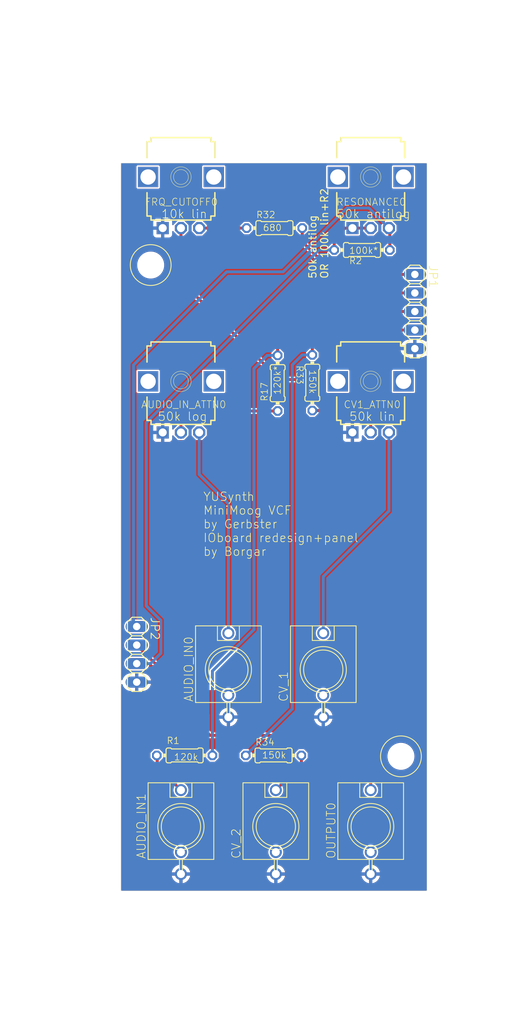
<source format=kicad_pcb>
(kicad_pcb (version 20240108) (generator "pcbnew") (generator_version "8.0")
  (layers (0 "F.Cu" signal) (31 "B.Cu" signal) (34 "B.Paste" user) (35 "F.Paste" user) (36 "B.SilkS" user "B.Silkscreen") (37 "F.SilkS" user "F.Silkscreen") (38 "B.Mask" user) (39 "F.Mask" user) (44 "Edge.Cuts" user))
  (net 0 "")
  (net 1 "+12V")
  (net 2 "GND")
  (net 3 "Net-(AUDIO_IN0-2)")
  (net 6 "Net-(AUDIO_IN1-2)")
  (net 7 "Net-(AUDIO_IN_ATTN0-S)")
  (net 8 "/IO_EMP_B")
  (net 9 "Net-(CV1_ATTN0-E)")
  (net 10 "Net-(CV1_ATTN0-S)")
  (net 12 "Net-(CV_2-2)")
  (net 14 "Net-(FRQ_CUTOFF0-E)")
  (net 15 "/IO_FREQ")
  (net 16 "/IO_CV")
  (net 17 "/IO_AI")
  (net 18 "/IO_EMP_A")
  (net 19 "/IO_OUT")
  (footprint "ioboard:1X04" (layer "F.Cu") (at 129.440275 122.460707 -90)
    (property "Reference" "JP2" (at -5.1562 -1.8288 -90) (layer "F.SilkS") (effects (font (size 1.143 1.143) (thickness 0.127)) (justify left bottom)))
    (property "Value" "PINHD-1X4")
    (pad "1" thru_hole oval (at -3.81 0) (size 3.048 1.524) (drill 1.016) (layers "*.Cu" "*.Mask") (net 8 "/IO_EMP_B"))
    (pad "2" thru_hole oval (at -1.27 0) (size 3.048 1.524) (drill 1.016) (layers "*.Cu" "*.Mask") (net 19 "/IO_OUT"))
    (pad "3" thru_hole oval (at 1.27 0) (size 3.048 1.524) (drill 1.016) (layers "*.Cu" "*.Mask") (net 18 "/IO_EMP_A"))
    (pad "4" thru_hole oval (at 3.81 0) (size 3.048 1.524) (drill 1.016) (layers "*.Cu" "*.Mask") (net 2 "GND"))
  )
  (footprint "ioboard:WQP-PJ301M-12_JACK" (layer "F.Cu") (at 161.5011 146.0611)
    (property "Reference" "OUTPUT0" (at -4.7498 4.4704 90) (layer "F.SilkS") (effects (font (size 1.1684 1.1684) (thickness 0.1016)) (justify left bottom)))
    (property "Value" "WQP-PJ301M-12_JACK")
    (pad "P$1" thru_hole circle (at 0 -5) (size 1.65 1.65) (drill 1.1) (layers "*.Cu" "*.Mask") (net 19 "/IO_OUT"))
    (pad "P$2" thru_hole circle (at 0 3.5) (size 1.65 1.65) (drill 1.1) (layers "*.Cu" "*.Mask"))
    (pad "P$3" thru_hole circle (at 0 6.5) (size 1.65 1.65) (drill 1.1) (layers "*.Cu" "*.Mask") (net 2 "GND"))
    (zone (net 0) (net_name "") (layer "F.Cu") (connect_pads (clearance 0)) (min_thickness 0.25)
      (keepout (tracks not_allowed) (vias not_allowed) (pads not_allowed) (copperpour not_allowed) (footprints allowed))
      (fill (thermal_gap 0.5) (thermal_bridge_width 0.5))
      (polygon (pts (xy 158.7011 148.8611) (xy 164.3011 148.8611) (xy 164.3011 143.2611) (xy 158.7011 143.2611)))
    )
  )
  (footprint "" (layer "F.Cu") (at 165.6461 136.4361)
    (property "Reference" "@HOLE1" (hide yes))
    (property "Value" "")
    (pad "" np_thru_hole circle (at 0 0) (size 3.2004 3.2004) (drill 3.2004) (layers "*.Cu" "*.Mask"))
  )
  (footprint "ioboard:WQP-PJ301M-12_JACK" (layer "F.Cu") (at 155.0011 124.5611)
    (property "Reference" "CV_1" (at -4.7498 4.4704 90) (layer "F.SilkS") (effects (font (size 1.1684 1.1684) (thickness 0.1016)) (justify left bottom)))
    (property "Value" "WQP-PJ301M-12_JACK")
    (pad "P$1" thru_hole circle (at 0 -5) (size 1.65 1.65) (drill 1.1) (layers "*.Cu" "*.Mask") (net 9 "Net-(CV1_ATTN0-E)"))
    (pad "P$2" thru_hole circle (at 0 3.5) (size 1.65 1.65) (drill 1.1) (layers "*.Cu" "*.Mask"))
    (pad "P$3" thru_hole circle (at 0 6.5) (size 1.65 1.65) (drill 1.1) (layers "*.Cu" "*.Mask") (net 2 "GND"))
    (zone (net 0) (net_name "") (layer "F.Cu") (connect_pads (clearance 0)) (min_thickness 0.25)
      (keepout (tracks not_allowed) (vias not_allowed) (pads not_allowed) (copperpour not_allowed) (footprints allowed))
      (fill (thermal_gap 0.5) (thermal_bridge_width 0.5))
      (polygon (pts (xy 152.2011 127.3611) (xy 157.8011 127.3611) (xy 157.8011 121.7611) (xy 152.2011 121.7611)))
    )
  )
  (footprint "ioboard:EVUF" (layer "F.Cu") (at 161.5011 57.0611)
    (property "Reference" "RESONANCE0" (at -4.75 4 0) (layer "F.SilkS") (effects (font (size 0.981456 0.981456) (thickness 0.085344)) (justify left bottom)))
    (property "Value" "50k antilog" (at -4.75 5.75 0) (layer "F.SilkS") (effects (font (size 1.1684 1.1684) (thickness 0.1016)) (justify left bottom)))
    (pad "1" thru_hole rect (at -2.5 7 270) (size 1.6764 1.6764) (drill 1.1) (layers "*.Cu" "*.Mask") (net 18 "/IO_EMP_A"))
    (pad "2" thru_hole roundrect (at 0 7 270) (size 1.6764 1.6764) (drill 1.1) (layers "*.Cu" "*.Mask") (chamfer_ratio 0.2928932188) (chamfer top_left top_right bottom_left bottom_right) (net 18 "/IO_EMP_A"))
    (pad "3" thru_hole roundrect (at 2.5 7 270) (size 1.6764 1.6764) (drill 1.1) (layers "*.Cu" "*.Mask") (chamfer_ratio 0.2928932188) (chamfer top_left top_right bottom_left bottom_right) (net 8 "/IO_EMP_B"))
    (pad "M1" thru_hole rect (at 4.5 0 270) (size 2.8 2.8) (drill 2.1) (layers "*.Cu" "*.Mask"))
    (pad "M2" thru_hole rect (at -4.5 0 270) (size 2.8 2.8) (drill 2.1) (layers "*.Cu" "*.Mask"))
  )
  (footprint "ioboard:1X05" (layer "F.Cu") (at 167.551408 75.489411 -90)
    (property "Reference" "JP1" (at -6.4262 -1.8288 -90) (layer "F.SilkS") (effects (font (size 1.143 1.143) (thickness 0.127)) (justify left bottom)))
    (property "Value" "PINHD-1X5")
    (pad "1" thru_hole oval (at -5.08 0) (size 3.048 1.524) (drill 1.016) (layers "*.Cu" "*.Mask") (net 1 "+12V"))
    (pad "2" thru_hole oval (at -2.54 0) (size 3.048 1.524) (drill 1.016) (layers "*.Cu" "*.Mask") (net 17 "/IO_AI"))
    (pad "3" thru_hole oval (at 0 0) (size 3.048 1.524) (drill 1.016) (layers "*.Cu" "*.Mask") (net 16 "/IO_CV"))
    (pad "4" thru_hole oval (at 2.54 0) (size 3.048 1.524) (drill 1.016) (layers "*.Cu" "*.Mask") (net 15 "/IO_FREQ"))
    (pad "5" thru_hole oval (at 5.08 0) (size 3.048 1.524) (drill 1.016) (layers "*.Cu" "*.Mask") (net 2 "GND"))
  )
  (footprint "ioboard:EVUF" (layer "F.Cu") (at 135.5011 85.0611)
    (property "Reference" "AUDIO_IN_ATTN0" (at -5.5 3.75 0) (layer "F.SilkS") (effects (font (size 0.981456 0.981456) (thickness 0.085344)) (justify left bottom)))
    (property "Value" "50k log" (at -3.25 5.5 0) (layer "F.SilkS") (effects (font (size 1.1684 1.1684) (thickness 0.1016)) (justify left bottom)))
    (pad "1" thru_hole rect (at -2.5 7 270) (size 1.6764 1.6764) (drill 1.1) (layers "*.Cu" "*.Mask") (net 2 "GND"))
    (pad "2" thru_hole roundrect (at 0 7 270) (size 1.6764 1.6764) (drill 1.1) (layers "*.Cu" "*.Mask") (chamfer_ratio 0.2928932188) (chamfer top_left top_right bottom_left bottom_right) (net 7 "Net-(AUDIO_IN_ATTN0-S)"))
    (pad "3" thru_hole roundrect (at 2.5 7 270) (size 1.6764 1.6764) (drill 1.1) (layers "*.Cu" "*.Mask") (chamfer_ratio 0.2928932188) (chamfer top_left top_right bottom_left bottom_right) (net 3 "Net-(AUDIO_IN0-2)"))
    (pad "M1" thru_hole rect (at 4.5 0 270) (size 2.8 2.8) (drill 2.1) (layers "*.Cu" "*.Mask"))
    (pad "M2" thru_hole rect (at -4.5 0 270) (size 2.8 2.8) (drill 2.1) (layers "*.Cu" "*.Mask"))
  )
  (footprint "ioboard:0204_7" (layer "F.Cu") (at 160.3111 67.0611 180)
    (property "Reference" "R2" (at 1.81 -2 0) (layer "F.SilkS") (effects (font (size 0.89154 0.89154) (thickness 0.09906)) (justify left bottom)))
    (property "Value" "100k*" (at 1.81 -0.599098 0) (layer "F.SilkS") (effects (font (size 0.89154 0.89154) (thickness 0.09906)) (justify left bottom)))
    (pad "1" thru_hole roundrect (at -3.81 0 180) (size 1.3208 1.3208) (drill 0.8128) (layers "*.Cu" "*.Mask") (chamfer_ratio 0.2928932188) (chamfer top_left top_right bottom_left bottom_right) (net 8 "/IO_EMP_B"))
    (pad "2" thru_hole roundrect (at 3.81 0 180) (size 1.3208 1.3208) (drill 0.8128) (layers "*.Cu" "*.Mask") (chamfer_ratio 0.2928932188) (chamfer top_left top_right bottom_left bottom_right) (net 18 "/IO_EMP_A"))
  )
  (footprint "ioboard:EVUF" (layer "F.Cu") (at 135.5011 57.0611)
    (property "Reference" "FRQ_CUTOFF0" (at -5 4 0) (layer "F.SilkS") (effects (font (size 0.981456 0.981456) (thickness 0.085344)) (justify left bottom)))
    (property "Value" "10k lin" (at -2.75 5.75 0) (layer "F.SilkS") (effects (font (size 1.1684 1.1684) (thickness 0.1016)) (justify left bottom)))
    (pad "1" thru_hole rect (at -2.5 7 270) (size 1.6764 1.6764) (drill 1.1) (layers "*.Cu" "*.Mask") (net 2 "GND"))
    (pad "2" thru_hole roundrect (at 0 7 270) (size 1.6764 1.6764) (drill 1.1) (layers "*.Cu" "*.Mask") (chamfer_ratio 0.2928932188) (chamfer top_left top_right bottom_left bottom_right) (net 15 "/IO_FREQ"))
    (pad "3" thru_hole roundrect (at 2.5 7 270) (size 1.6764 1.6764) (drill 1.1) (layers "*.Cu" "*.Mask") (chamfer_ratio 0.2928932188) (chamfer top_left top_right bottom_left bottom_right) (net 14 "Net-(FRQ_CUTOFF0-E)"))
    (pad "M1" thru_hole rect (at 4.5 0 270) (size 2.8 2.8) (drill 2.1) (layers "*.Cu" "*.Mask"))
    (pad "M2" thru_hole rect (at -4.5 0 270) (size 2.8 2.8) (drill 2.1) (layers "*.Cu" "*.Mask"))
  )
  (footprint "ioboard:0204_7" (layer "F.Cu") (at 148.3111 64.0611)
    (property "Reference" "R32" (at -2.54 -1.2954 0) (layer "F.SilkS") (effects (font (size 0.89154 0.89154) (thickness 0.09906)) (justify left bottom)))
    (property "Value" "680" (at -1.6256 0.4826 0) (layer "F.SilkS") (effects (font (size 0.89154 0.89154) (thickness 0.09906)) (justify left bottom)))
    (pad "1" thru_hole roundrect (at -3.81 0) (size 1.3208 1.3208) (drill 0.8128) (layers "*.Cu" "*.Mask") (chamfer_ratio 0.2928932188) (chamfer top_left top_right bottom_left bottom_right) (net 14 "Net-(FRQ_CUTOFF0-E)"))
    (pad "2" thru_hole roundrect (at 3.81 0) (size 1.3208 1.3208) (drill 0.8128) (layers "*.Cu" "*.Mask") (chamfer_ratio 0.2928932188) (chamfer top_left top_right bottom_left bottom_right) (net 1 "+12V"))
  )
  (footprint "ioboard:0204_7" (layer "F.Cu") (at 136.0011 136.3111 180)
    (property "Reference" "R1" (at 2.5 1.5 0) (layer "F.SilkS") (effects (font (size 0.89154 0.89154) (thickness 0.09906)) (justify left bottom)))
    (property "Value" "120k" (at 1.5 -0.75 0) (layer "F.SilkS") (effects (font (size 0.89154 0.89154) (thickness 0.09906)) (justify left bottom)))
    (pad "1" thru_hole roundrect (at -3.81 0 180) (size 1.3208 1.3208) (drill 0.8128) (layers "*.Cu" "*.Mask") (chamfer_ratio 0.2928932188) (chamfer top_left top_right bottom_left bottom_right) (net 17 "/IO_AI"))
    (pad "2" thru_hole roundrect (at 3.81 0 180) (size 1.3208 1.3208) (drill 0.8128) (layers "*.Cu" "*.Mask") (chamfer_ratio 0.2928932188) (chamfer top_left top_right bottom_left bottom_right) (net 6 "Net-(AUDIO_IN1-2)"))
  )
  (footprint "ioboard:0204_7" (layer "F.Cu") (at 148.1911 136.3111)
    (property "Reference" "R34" (at -2.54 -1.2954 0) (layer "F.SilkS") (effects (font (size 0.89154 0.89154) (thickness 0.09906)) (justify left bottom)))
    (property "Value" "150k" (at -1.6256 0.4826 0) (layer "F.SilkS") (effects (font (size 0.89154 0.89154) (thickness 0.09906)) (justify left bottom)))
    (pad "1" thru_hole roundrect (at -3.81 0) (size 1.3208 1.3208) (drill 0.8128) (layers "*.Cu" "*.Mask") (chamfer_ratio 0.2928932188) (chamfer top_left top_right bottom_left bottom_right) (net 16 "/IO_CV"))
    (pad "2" thru_hole roundrect (at 3.81 0) (size 1.3208 1.3208) (drill 0.8128) (layers "*.Cu" "*.Mask") (chamfer_ratio 0.2928932188) (chamfer top_left top_right bottom_left bottom_right) (net 12 "Net-(CV_2-2)"))
  )
  (footprint "ioboard:WQP-PJ301M-12_JACK" (layer "F.Cu") (at 148.5011 146.0611)
    (property "Reference" "CV_2" (at -4.7498 4.4704 90) (layer "F.SilkS") (effects (font (size 1.1684 1.1684) (thickness 0.1016)) (justify left bottom)))
    (property "Value" "WQP-PJ301M-12_JACK")
    (pad "P$1" thru_hole circle (at 0 -5) (size 1.65 1.65) (drill 1.1) (layers "*.Cu" "*.Mask") (net 12 "Net-(CV_2-2)"))
    (pad "P$2" thru_hole circle (at 0 3.5) (size 1.65 1.65) (drill 1.1) (layers "*.Cu" "*.Mask"))
    (pad "P$3" thru_hole circle (at 0 6.5) (size 1.65 1.65) (drill 1.1) (layers "*.Cu" "*.Mask") (net 2 "GND"))
    (zone (net 0) (net_name "") (layer "F.Cu") (connect_pads (clearance 0)) (min_thickness 0.25)
      (keepout (tracks not_allowed) (vias not_allowed) (pads not_allowed) (copperpour not_allowed) (footprints allowed))
      (fill (thermal_gap 0.5) (thermal_bridge_width 0.5))
      (polygon (pts (xy 145.7011 148.8611) (xy 151.3011 148.8611) (xy 151.3011 143.2611) (xy 145.7011 143.2611)))
    )
  )
  (footprint "ioboard:0204_7" (layer "F.Cu") (at 148.7511 85.3111 90)
    (property "Reference" "R17" (at -2.54 -1.2954 90) (layer "F.SilkS") (effects (font (size 0.89154 0.89154) (thickness 0.09906)) (justify left bottom)))
    (property "Value" "120k*" (at -1.6256 0.4826 90) (layer "F.SilkS") (effects (font (size 0.89154 0.89154) (thickness 0.09906)) (justify left bottom)))
    (pad "1" thru_hole roundrect (at -3.81 0 90) (size 1.3208 1.3208) (drill 0.8128) (layers "*.Cu" "*.Mask") (chamfer_ratio 0.2928932188) (chamfer top_left top_right bottom_left bottom_right) (net 7 "Net-(AUDIO_IN_ATTN0-S)"))
    (pad "2" thru_hole roundrect (at 3.81 0 90) (size 1.3208 1.3208) (drill 0.8128) (layers "*.Cu" "*.Mask") (chamfer_ratio 0.2928932188) (chamfer top_left top_right bottom_left bottom_right) (net 17 "/IO_AI"))
  )
  (footprint "ioboard:WQP-PJ301M-12_JACK" (layer "F.Cu") (at 142.0011 124.5611)
    (property "Reference" "AUDIO_IN0" (at -4.7498 4.4704 90) (layer "F.SilkS") (effects (font (size 1.1684 1.1684) (thickness 0.1016)) (justify left bottom)))
    (property "Value" "WQP-PJ301M-12_JACK")
    (pad "P$1" thru_hole circle (at 0 -5) (size 1.65 1.65) (drill 1.1) (layers "*.Cu" "*.Mask") (net 3 "Net-(AUDIO_IN0-2)"))
    (pad "P$2" thru_hole circle (at 0 3.5) (size 1.65 1.65) (drill 1.1) (layers "*.Cu" "*.Mask"))
    (pad "P$3" thru_hole circle (at 0 6.5) (size 1.65 1.65) (drill 1.1) (layers "*.Cu" "*.Mask") (net 2 "GND"))
    (zone (net 0) (net_name "") (layer "F.Cu") (connect_pads (clearance 0)) (min_thickness 0.25)
      (keepout (tracks not_allowed) (vias not_allowed) (pads not_allowed) (copperpour not_allowed) (footprints allowed))
      (fill (thermal_gap 0.5) (thermal_bridge_width 0.5))
      (polygon (pts (xy 139.2011 127.3611) (xy 144.8011 127.3611) (xy 144.8011 121.7611) (xy 139.2011 121.7611)))
    )
  )
  (footprint "ioboard:0204_7" (layer "F.Cu") (at 153.5011 85.2511 -90)
    (property "Reference" "R33" (at -2.44 2.25 -90) (layer "F.SilkS") (effects (font (size 0.89154 0.89154) (thickness 0.09906)) (justify left bottom)))
    (property "Value" "150k" (at -1.81 0.5 -90) (layer "F.SilkS") (effects (font (size 0.89154 0.89154) (thickness 0.09906)) (justify left bottom)))
    (pad "1" thru_hole roundrect (at -3.81 0 270) (size 1.3208 1.3208) (drill 0.8128) (layers "*.Cu" "*.Mask") (chamfer_ratio 0.2928932188) (chamfer top_left top_right bottom_left bottom_right) (net 16 "/IO_CV"))
    (pad "2" thru_hole roundrect (at 3.81 0 270) (size 1.3208 1.3208) (drill 0.8128) (layers "*.Cu" "*.Mask") (chamfer_ratio 0.2928932188) (chamfer top_left top_right bottom_left bottom_right) (net 10 "Net-(CV1_ATTN0-S)"))
  )
  (footprint "" (layer "F.Cu") (at 131.3561 69.1261)
    (property "Reference" "@HOLE0" (hide yes))
    (property "Value" "")
    (pad "" np_thru_hole circle (at 0 0) (size 3.2004 3.2004) (drill 3.2004) (layers "*.Cu" "*.Mask"))
  )
  (footprint "ioboard:WQP-PJ301M-12_JACK" (layer "F.Cu") (at 135.5011 146.0611)
    (property "Reference" "AUDIO_IN1" (at -4.7498 4.4704 90) (layer "F.SilkS") (effects (font (size 1.1684 1.1684) (thickness 0.1016)) (justify left bottom)))
    (property "Value" "WQP-PJ301M-12_JACK")
    (pad "P$1" thru_hole circle (at 0 -5) (size 1.65 1.65) (drill 1.1) (layers "*.Cu" "*.Mask") (net 6 "Net-(AUDIO_IN1-2)"))
    (pad "P$2" thru_hole circle (at 0 3.5) (size 1.65 1.65) (drill 1.1) (layers "*.Cu" "*.Mask"))
    (pad "P$3" thru_hole circle (at 0 6.5) (size 1.65 1.65) (drill 1.1) (layers "*.Cu" "*.Mask") (net 2 "GND"))
    (zone (net 0) (net_name "") (layer "F.Cu") (connect_pads (clearance 0)) (min_thickness 0.25)
      (keepout (tracks not_allowed) (vias not_allowed) (pads not_allowed) (copperpour not_allowed) (footprints allowed))
      (fill (thermal_gap 0.5) (thermal_bridge_width 0.5))
      (polygon (pts (xy 132.7011 148.8611) (xy 138.3011 148.8611) (xy 138.3011 143.2611) (xy 132.7011 143.2611)))
    )
  )
  (footprint "ioboard:EVUF" (layer "F.Cu") (at 161.49509 85.051327)
    (property "Reference" "CV1_ATTN0" (at -3.74399 3.759773 0) (layer "F.SilkS") (effects (font (size 0.981456 0.981456) (thickness 0.085344)) (justify left bottom)))
    (property "Value" "50k lin" (at -2.99399 5.509773 0) (layer "F.SilkS") (effects (font (size 1.1684 1.1684) (thickness 0.1016)) (justify left bottom)))
    (pad "1" thru_hole rect (at -2.5 7 270) (size 1.6764 1.6764) (drill 1.1) (layers "*.Cu" "*.Mask") (net 2 "GND"))
    (pad "2" thru_hole roundrect (at 0 7 270) (size 1.6764 1.6764) (drill 1.1) (layers "*.Cu" "*.Mask") (chamfer_ratio 0.2928932188) (chamfer top_left top_right bottom_left bottom_right) (net 10 "Net-(CV1_ATTN0-S)"))
    (pad "3" thru_hole roundrect (at 2.5 7 270) (size 1.6764 1.6764) (drill 1.1) (layers "*.Cu" "*.Mask") (chamfer_ratio 0.2928932188) (chamfer top_left top_right bottom_left bottom_right) (net 9 "Net-(CV1_ATTN0-E)"))
    (pad "M1" thru_hole rect (at 4.5 0 270) (size 2.8 2.8) (drill 2.1) (layers "*.Cu" "*.Mask"))
    (pad "M2" thru_hole rect (at -4.5 0 270) (size 2.8 2.8) (drill 2.1) (layers "*.Cu" "*.Mask"))
  )
  (gr_circle (center 165.6461 136.4361) (end 168.4401 136.4361) (stroke (width 0.127)) (fill none) (layer "F.SilkS"))
  (gr_circle (center 131.3561 69.1261) (end 134.1501 69.1261) (stroke (width 0.127)) (fill none) (layer "F.SilkS"))
  (gr_rect (start 127.28365 55.1561) (end 169.2061 154.862529) (stroke (width 0.05)) (fill none) (layer "Edge.Cuts"))
  (gr_text "YUSynth\nMiniMoog VCF\nby Gerbster\nIOboard redesign+panel\nby Borgar" (at 138.5011 109.0611 0) (layer "F.SilkS") (effects (font (size 1.1684 1.1684) (thickness 0.1016)) (justify left bottom)))
  (gr_text "50k antilog \nOR 100k lin+R2" (at 155.7511 71.0611 90) (layer "F.SilkS") (effects (font (size 1 1)) (justify left bottom)))
  (segment (start 167.551408 70.409411) (end 156.599411 70.409411) (width 0.4) (layer "F.Cu") (net 1))
  (segment (start 152.1211 65.9311) (end 152.1211 64.0611) (width 0.4) (layer "F.Cu") (net 1))
  (segment (start 156.599411 70.409411) (end 152.1211 65.9311) (width 0.4) (layer "F.Cu") (net 1))
  (segment (start 163.7511 80.5611) (end 158.99509 85.31711) (width 0.4) (layer "B.Cu") (net 2))
  (segment (start 166.789408 80.569411) (end 166.781097 80.5611) (width 0.4) (layer "B.Cu") (net 2))
  (segment (start 167.551408 80.569411) (end 166.789408 80.569411) (width 0.4) (layer "B.Cu") (net 2))
  (segment (start 158.99509 85.31711) (end 158.99509 92.051327) (width 0.4) (layer "B.Cu") (net 2))
  (segment (start 166.781097 80.5611) (end 163.7511 80.5611) (width 0.4) (layer "B.Cu") (net 2))
  (segment (start 138.0011 97.8111) (end 138.0011 92.0611) (width 0.4) (layer "B.Cu") (net 3))
  (segment (start 142.0011 119.5611) (end 142.0011 101.8111) (width 0.4) (layer "B.Cu") (net 3))
  (segment (start 142.0011 101.8111) (end 138.0011 97.8111) (width 0.4) (layer "B.Cu") (net 3))
  (segment (start 132.2511 136.3711) (end 132.1911 136.3111) (width 0.4) (layer "F.Cu") (net 6))
  (segment (start 132.2511 137.8111) (end 132.2511 136.3711) (width 0.4) (layer "F.Cu") (net 6))
  (segment (start 135.5011 141.0611) (end 132.2511 137.8111) (width 0.4) (layer "F.Cu") (net 6))
  (segment (start 136.9411 89.1211) (end 135.5011 90.5611) (width 0.4) (layer "F.Cu") (net 7))
  (segment (start 148.7511 89.1211) (end 136.9411 89.1211) (width 0.4) (layer "F.Cu") (net 7))
  (segment (start 135.5011 90.5611) (end 135.5011 92.0611) (width 0.4) (layer "F.Cu") (net 7))
  (segment (start 135.5011 92.7511) (end 135.5011 92.0611) (width 0.4) (layer "B.Cu") (net 7))
  (segment (start 164.1211 64.1811) (end 164.0011 64.0611) (width 0.4) (layer "F.Cu") (net 8))
  (segment (start 164.1211 67.0611) (end 164.1211 64.1811) (width 0.4) (layer "F.Cu") (net 8))
  (segment (start 161.2511 61.3111) (end 164.0011 64.0611) (width 0.4) (layer "B.Cu") (net 8))
  (segment (start 129.0011 118.211532) (end 129.0011 82.8111) (width 0.4) (layer "B.Cu") (net 8))
  (segment (start 158.2511 61.3111) (end 161.2511 61.3111) (width 0.4) (layer "B.Cu") (net 8))
  (segment (start 149.5011 70.0611) (end 158.2511 61.3111) (width 0.4) (layer "B.Cu") (net 8))
  (segment (start 141.7511 70.0611) (end 149.5011 70.0611) (width 0.4) (layer "B.Cu") (net 8))
  (segment (start 128.7511 117.961532) (end 129.440275 118.650707) (width 0.4) (layer "B.Cu") (net 8))
  (segment (start 129.440275 118.650707) (end 129.0011 118.211532) (width 0.4) (layer "B.Cu") (net 8))
  (segment (start 129.0011 82.8111) (end 141.7511 70.0611) (width 0.4) (layer "B.Cu") (net 8))
  (segment (start 155.0011 119.5611) (end 155.0011 111.8111) (width 0.4) (layer "B.Cu") (net 9))
  (segment (start 155.0011 111.8111) (end 164.0011 102.8111) (width 0.4) (layer "B.Cu") (net 9))
  (segment (start 163.99509 102.80509) (end 163.99509 92.051327) (width 0.4) (layer "B.Cu") (net 9))
  (segment (start 164.0011 102.8111) (end 163.99509 102.80509) (width 0.4) (layer "B.Cu") (net 9))
  (segment (start 160.2511 89.0611) (end 161.5011 90.3111) (width 0.4) (layer "F.Cu") (net 10))
  (segment (start 161.5011 90.3111) (end 161.5011 90.8111) (width 0.4) (layer "F.Cu") (net 10))
  (segment (start 161.5011 90.8111) (end 161.49509 90.81711) (width 0.4) (layer "F.Cu") (net 10))
  (segment (start 161.49509 90.81711) (end 161.49509 92.051327) (width 0.4) (layer "F.Cu") (net 10))
  (segment (start 153.5011 89.0611) (end 160.2511 89.0611) (width 0.4) (layer "F.Cu") (net 10))
  (segment (start 152.0011 137.8111) (end 152.0011 136.3111) (width 0.4) (layer "F.Cu") (net 12))
  (segment (start 148.5011 141.0611) (end 151.7511 137.8111) (width 0.4) (layer "F.Cu") (net 12))
  (segment (start 151.7511 137.8111) (end 152.0011 137.8111) (width 0.4) (layer "F.Cu") (net 12))
  (segment (start 138.0011 64.0611) (end 144.5011 64.0611) (width 0.4) (layer "F.Cu") (net 14))
  (segment (start 135.5011 71.3111) (end 135.5011 64.0611) (width 0.4) (layer "F.Cu") (net 15))
  (segment (start 149.0011 84.8111) (end 135.5011 71.3111) (width 0.4) (layer "F.Cu") (net 15))
  (segment (start 167.551408 78.029411) (end 159.782789 78.029411) (width 0.4) (layer "F.Cu") (net 15))
  (segment (start 153.0011 84.8111) (end 149.0011 84.8111) (width 0.4) (layer "F.Cu") (net 15))
  (segment (start 159.782789 78.029411) (end 153.0011 84.8111) (width 0.4) (layer "F.Cu") (net 15))
  (segment (start 153.5011 78.0611) (end 153.5011 81.4411) (width 0.4) (layer "F.Cu") (net 16))
  (segment (start 156.072789 75.489411) (end 153.5011 78.0611) (width 0.4) (layer "F.Cu") (net 16))
  (segment (start 167.551408 75.489411) (end 156.072789 75.489411) (width 0.4) (layer "F.Cu") (net 16))
  (segment (start 144.3811 136.3111) (end 150.7511 129.9411) (width 0.4) (layer "B.Cu") (net 16))
  (segment (start 150.7511 82.8111) (end 152.1211 81.4411) (width 0.4) (layer "B.Cu") (net 16))
  (segment (start 152.1211 81.4411) (end 153.5011 81.4411) (width 0.4) (layer "B.Cu") (net 16))
  (segment (start 150.7511 129.9411) (end 150.7511 82.8111) (width 0.4) (layer "B.Cu") (net 16))
  (segment (start 151.7511 73.0611) (end 152.2511 73.0611) (width 0.4) (layer "F.Cu") (net 17))
  (segment (start 148.7511 81.5011) (end 148.7511 76.0611) (width 0.4) (layer "F.Cu") (net 17))
  (segment (start 152.2511 73.0611) (end 152.362789 72.949411) (width 0.4) (layer "F.Cu") (net 17))
  (segment (start 148.7511 76.0611) (end 151.7511 73.0611) (width 0.4) (layer "F.Cu") (net 17))
  (segment (start 152.362789 72.949411) (end 167.551408 72.949411) (width 0.4) (layer "F.Cu") (net 17))
  (segment (start 147.3111 81.5011) (end 148.7511 81.5011) (width 0.4) (layer "B.Cu") (net 17))
  (segment (start 139.8111 136.3111) (end 139.8111 124.7511) (width 0.4) (layer "B.Cu") (net 17))
  (segment (start 145.5011 83.3111) (end 147.3111 81.5011) (width 0.4) (layer "B.Cu") (net 17))
  (segment (start 145.5011 119.0611) (end 145.5011 83.3111) (width 0.4) (layer "B.Cu") (net 17))
  (segment (start 139.8111 124.7511) (end 145.5011 119.0611) (width 0.4) (layer "B.Cu") (net 17))
  (segment (start 159.0011 64.0611) (end 161.5011 64.0611) (width 0.4) (layer "F.Cu") (net 18))
  (segment (start 157.2511 64.8111) (end 158.0011 64.0611) (width 0.4) (layer "F.Cu") (net 18))
  (segment (start 156.5011 67.0611) (end 156.5011 65.5611) (width 0.4) (layer "F.Cu") (net 18))
  (segment (start 156.5011 65.5611) (end 157.2511 64.8111) (width 0.4) (layer "F.Cu") (net 18))
  (segment (start 158.0011 64.0611) (end 159.0011 64.0611) (width 0.4) (layer "F.Cu") (net 18))
  (segment (start 130.7511 90.7047) (end 130.7511 115.8111) (width 0.4) (layer "B.Cu") (net 18))
  (segment (start 154.3947 67.0611) (end 130.7511 90.7047) (width 0.4) (layer "B.Cu") (net 18))
  (segment (start 132.7511 117.8111) (end 132.7511 122.3111) (width 0.4) (layer "B.Cu") (net 18))
  (segment (start 156.5011 67.0611) (end 154.3947 67.0611) (width 0.4) (layer "B.Cu") (net 18))
  (segment (start 131.331493 123.730707) (end 129.440275 123.730707) (width 0.4) (layer "B.Cu") (net 18))
  (segment (start 132.7511 122.3111) (end 131.331493 123.730707) (width 0.4) (layer "B.Cu") (net 18))
  (segment (start 130.7511 115.8111) (end 132.7511 117.8111) (width 0.4) (layer "B.Cu") (net 18))
  (segment (start 157.0011 135.3111) (end 161.5011 139.8111) (width 0.4) (layer "F.Cu") (net 19))
  (segment (start 129.440275 121.190707) (end 139.0011 130.751532) (width 0.4) (layer "F.Cu") (net 19))
  (segment (start 155.0011 135.3111) (end 157.0011 135.3111) (width 0.4) (layer "F.Cu") (net 19))
  (segment (start 161.5011 139.8111) (end 161.5011 141.0611) (width 0.4) (layer "F.Cu") (net 19))
  (segment (start 153.2511 133.5611) (end 155.0011 135.3111) (width 0.4) (layer "F.Cu") (net 19))
  (segment (start 139.5011 133.5611) (end 153.2511 133.5611) (width 0.4) (layer "F.Cu") (net 19))
  (segment (start 139.0011 133.0611) (end 139.5011 133.5611) (width 0.4) (layer "F.Cu") (net 19))
  (segment (start 139.0011 130.751532) (end 139.0011 133.0611) (width 0.4) (layer "F.Cu") (net 19))
  (zone (net 2) (net_name "GND") (layer "F.Cu") (priority 6) (connect_pads (clearance 0.000001)) (min_thickness 0.2032) (fill yes (thermal_gap 0.4564) (thermal_bridge_width 0.4564))
    (polygon (pts (xy 169.2061 154.8511) (xy 127.2961 154.8511) (xy 127.2961 55.1561) (xy 169.2061 55.1561)))
  )
  (zone (net 2) (net_name "GND") (layer "B.Cu") (priority 6) (connect_pads (clearance 0.000001)) (min_thickness 0.2032) (fill yes (thermal_gap 0.4564) (thermal_bridge_width 0.4564))
    (polygon (pts (xy 169.2061 154.862529) (xy 127.2961 154.8511) (xy 127.2961 55.1561) (xy 169.2061 55.1561)))
  )
)
</source>
